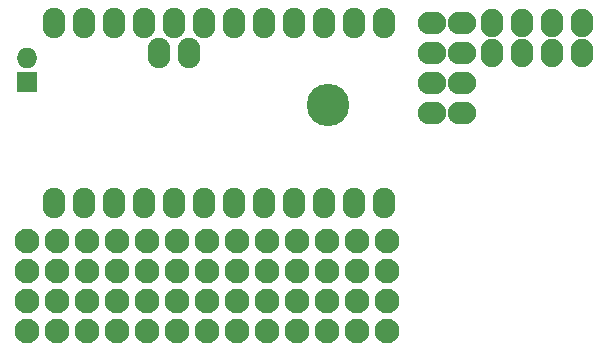
<source format=gbs>
G04 #@! TF.GenerationSoftware,KiCad,Pcbnew,(2017-11-08 revision cd21218)-HEAD*
G04 #@! TF.CreationDate,2018-02-24T01:01:06+02:00*
G04 #@! TF.ProjectId,pro_mini,70726F5F6D696E692E6B696361645F70,rev?*
G04 #@! TF.SameCoordinates,Original*
G04 #@! TF.FileFunction,Soldermask,Bot*
G04 #@! TF.FilePolarity,Negative*
%FSLAX46Y46*%
G04 Gerber Fmt 4.6, Leading zero omitted, Abs format (unit mm)*
G04 Created by KiCad (PCBNEW (2017-11-08 revision cd21218)-HEAD) date Sat Feb 24 01:01:06 2018*
%MOMM*%
%LPD*%
G01*
G04 APERTURE LIST*
%ADD10O,1.901140X2.599640*%
%ADD11O,2.400000X1.900000*%
%ADD12C,3.600000*%
%ADD13C,2.100000*%
%ADD14O,1.900000X2.400000*%
%ADD15R,1.750000X1.750000*%
%ADD16O,1.750000X1.750000*%
G04 APERTURE END LIST*
D10*
X122721001Y-94085001D03*
X125261001Y-94085001D03*
X113831001Y-91545001D03*
X116371001Y-91545001D03*
X118911001Y-91545001D03*
X121451001Y-91545001D03*
X123991001Y-91545001D03*
X126531001Y-91545001D03*
X129071001Y-91545001D03*
X131611001Y-91545001D03*
X134151001Y-91545001D03*
X136691001Y-91545001D03*
X139231001Y-91545001D03*
X141771001Y-91545001D03*
X141771001Y-106785001D03*
X139231001Y-106785001D03*
X136691001Y-106785001D03*
X134151001Y-106785001D03*
X131611001Y-106785001D03*
X129071001Y-106785001D03*
X126531001Y-106785001D03*
X123991001Y-106785001D03*
X121451001Y-106785001D03*
X118911001Y-106785001D03*
X116371001Y-106785001D03*
X113831001Y-106785001D03*
D11*
X148336000Y-91516200D03*
X145796000Y-91516200D03*
X148336000Y-94056200D03*
X145796000Y-94056200D03*
X148336000Y-96596200D03*
X145796000Y-96596200D03*
X148336000Y-99136200D03*
X145796000Y-99136200D03*
D12*
X137000000Y-98500000D03*
D13*
X141980000Y-117620000D03*
X139440000Y-117620000D03*
X136900000Y-117620000D03*
X134360000Y-117620000D03*
X131820000Y-117620000D03*
X129280000Y-117620000D03*
X126740000Y-117620000D03*
X124200000Y-117620000D03*
X121660000Y-117620000D03*
X119120000Y-117620000D03*
X116580000Y-117620000D03*
X114040000Y-117620000D03*
X111500000Y-117620000D03*
X141980000Y-115080000D03*
X139440000Y-115080000D03*
X136900000Y-115080000D03*
X134360000Y-115080000D03*
X131820000Y-115080000D03*
X129280000Y-115080000D03*
X126740000Y-115080000D03*
X124200000Y-115080000D03*
X121660000Y-115080000D03*
X119120000Y-115080000D03*
X116580000Y-115080000D03*
X114040000Y-115080000D03*
X111500000Y-115080000D03*
X141980000Y-112540000D03*
X139440000Y-112540000D03*
X136900000Y-112540000D03*
X134360000Y-112540000D03*
X131820000Y-112540000D03*
X129280000Y-112540000D03*
X126740000Y-112540000D03*
X124200000Y-112540000D03*
X121660000Y-112540000D03*
X119120000Y-112540000D03*
X116580000Y-112540000D03*
X114040000Y-112540000D03*
X111500000Y-112540000D03*
X141980000Y-110000000D03*
X139440000Y-110000000D03*
X136900000Y-110000000D03*
X134360000Y-110000000D03*
X131820000Y-110000000D03*
X129280000Y-110000000D03*
X126740000Y-110000000D03*
X124200000Y-110000000D03*
X121660000Y-110000000D03*
X119120000Y-110000000D03*
X116580000Y-110000000D03*
X114040000Y-110000000D03*
X111500000Y-110000000D03*
D14*
X150856000Y-91524000D03*
X150856000Y-94064000D03*
X153396000Y-91524000D03*
X153396000Y-94064000D03*
X155936000Y-91524000D03*
X155936000Y-94064000D03*
X158476000Y-91524000D03*
X158476000Y-94064000D03*
D15*
X111500000Y-96500000D03*
D16*
X111500000Y-94500000D03*
M02*

</source>
